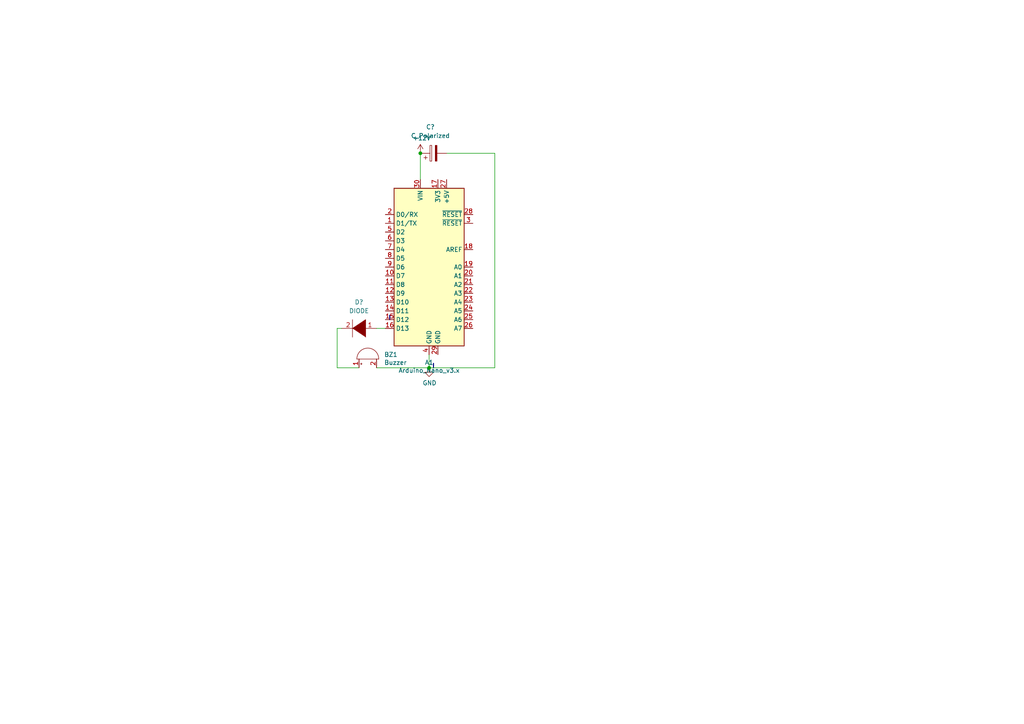
<source format=kicad_sch>
(kicad_sch (version 20211123) (generator eeschema)

  (uuid f640f18d-57de-448f-b98b-4e68ebe71017)

  (paper "A4")

  (lib_symbols
    (symbol "Device:Buzzer" (pin_names (offset 0.0254) hide) (in_bom yes) (on_board yes)
      (property "Reference" "BZ" (id 0) (at 3.81 1.27 0)
        (effects (font (size 1.27 1.27)) (justify left))
      )
      (property "Value" "Buzzer" (id 1) (at 3.81 -1.27 0)
        (effects (font (size 1.27 1.27)) (justify left))
      )
      (property "Footprint" "" (id 2) (at -0.635 2.54 90)
        (effects (font (size 1.27 1.27)) hide)
      )
      (property "Datasheet" "~" (id 3) (at -0.635 2.54 90)
        (effects (font (size 1.27 1.27)) hide)
      )
      (property "ki_keywords" "quartz resonator ceramic" (id 4) (at 0 0 0)
        (effects (font (size 1.27 1.27)) hide)
      )
      (property "ki_description" "Buzzer, polarized" (id 5) (at 0 0 0)
        (effects (font (size 1.27 1.27)) hide)
      )
      (property "ki_fp_filters" "*Buzzer*" (id 6) (at 0 0 0)
        (effects (font (size 1.27 1.27)) hide)
      )
      (symbol "Buzzer_0_1"
        (arc (start 0 -3.175) (mid 3.175 0) (end 0 3.175)
          (stroke (width 0) (type default) (color 0 0 0 0))
          (fill (type none))
        )
        (polyline
          (pts
            (xy -1.651 1.905)
            (xy -1.143 1.905)
          )
          (stroke (width 0) (type default) (color 0 0 0 0))
          (fill (type none))
        )
        (polyline
          (pts
            (xy -1.397 2.159)
            (xy -1.397 1.651)
          )
          (stroke (width 0) (type default) (color 0 0 0 0))
          (fill (type none))
        )
        (polyline
          (pts
            (xy 0 3.175)
            (xy 0 -3.175)
          )
          (stroke (width 0) (type default) (color 0 0 0 0))
          (fill (type none))
        )
      )
      (symbol "Buzzer_1_1"
        (pin passive line (at -2.54 2.54 0) (length 2.54)
          (name "-" (effects (font (size 1.27 1.27))))
          (number "1" (effects (font (size 1.27 1.27))))
        )
        (pin passive line (at -2.54 -2.54 0) (length 2.54)
          (name "+" (effects (font (size 1.27 1.27))))
          (number "2" (effects (font (size 1.27 1.27))))
        )
      )
    )
    (symbol "Device:C_Polarized" (pin_numbers hide) (pin_names (offset 0.254)) (in_bom yes) (on_board yes)
      (property "Reference" "C" (id 0) (at 0.635 2.54 0)
        (effects (font (size 1.27 1.27)) (justify left))
      )
      (property "Value" "C_Polarized" (id 1) (at 0.635 -2.54 0)
        (effects (font (size 1.27 1.27)) (justify left))
      )
      (property "Footprint" "" (id 2) (at 0.9652 -3.81 0)
        (effects (font (size 1.27 1.27)) hide)
      )
      (property "Datasheet" "~" (id 3) (at 0 0 0)
        (effects (font (size 1.27 1.27)) hide)
      )
      (property "ki_keywords" "cap capacitor" (id 4) (at 0 0 0)
        (effects (font (size 1.27 1.27)) hide)
      )
      (property "ki_description" "Polarized capacitor" (id 5) (at 0 0 0)
        (effects (font (size 1.27 1.27)) hide)
      )
      (property "ki_fp_filters" "CP_*" (id 6) (at 0 0 0)
        (effects (font (size 1.27 1.27)) hide)
      )
      (symbol "C_Polarized_0_1"
        (rectangle (start -2.286 0.508) (end 2.286 1.016)
          (stroke (width 0) (type default) (color 0 0 0 0))
          (fill (type none))
        )
        (polyline
          (pts
            (xy -1.778 2.286)
            (xy -0.762 2.286)
          )
          (stroke (width 0) (type default) (color 0 0 0 0))
          (fill (type none))
        )
        (polyline
          (pts
            (xy -1.27 2.794)
            (xy -1.27 1.778)
          )
          (stroke (width 0) (type default) (color 0 0 0 0))
          (fill (type none))
        )
        (rectangle (start 2.286 -0.508) (end -2.286 -1.016)
          (stroke (width 0) (type default) (color 0 0 0 0))
          (fill (type outline))
        )
      )
      (symbol "C_Polarized_1_1"
        (pin passive line (at 0 3.81 270) (length 2.794)
          (name "~" (effects (font (size 1.27 1.27))))
          (number "1" (effects (font (size 1.27 1.27))))
        )
        (pin passive line (at 0 -3.81 90) (length 2.794)
          (name "~" (effects (font (size 1.27 1.27))))
          (number "2" (effects (font (size 1.27 1.27))))
        )
      )
    )
    (symbol "MCU_Module:Arduino_Nano_v3.x" (in_bom yes) (on_board yes)
      (property "Reference" "A" (id 0) (at -10.16 23.495 0)
        (effects (font (size 1.27 1.27)) (justify left bottom))
      )
      (property "Value" "Arduino_Nano_v3.x" (id 1) (at 5.08 -24.13 0)
        (effects (font (size 1.27 1.27)) (justify left top))
      )
      (property "Footprint" "Module:Arduino_Nano" (id 2) (at 0 0 0)
        (effects (font (size 1.27 1.27) italic) hide)
      )
      (property "Datasheet" "http://www.mouser.com/pdfdocs/Gravitech_Arduino_Nano3_0.pdf" (id 3) (at 0 0 0)
        (effects (font (size 1.27 1.27)) hide)
      )
      (property "ki_keywords" "Arduino nano microcontroller module USB" (id 4) (at 0 0 0)
        (effects (font (size 1.27 1.27)) hide)
      )
      (property "ki_description" "Arduino Nano v3.x" (id 5) (at 0 0 0)
        (effects (font (size 1.27 1.27)) hide)
      )
      (property "ki_fp_filters" "Arduino*Nano*" (id 6) (at 0 0 0)
        (effects (font (size 1.27 1.27)) hide)
      )
      (symbol "Arduino_Nano_v3.x_0_1"
        (rectangle (start -10.16 22.86) (end 10.16 -22.86)
          (stroke (width 0.254) (type default) (color 0 0 0 0))
          (fill (type background))
        )
      )
      (symbol "Arduino_Nano_v3.x_1_1"
        (pin bidirectional line (at -12.7 12.7 0) (length 2.54)
          (name "D1/TX" (effects (font (size 1.27 1.27))))
          (number "1" (effects (font (size 1.27 1.27))))
        )
        (pin bidirectional line (at -12.7 -2.54 0) (length 2.54)
          (name "D7" (effects (font (size 1.27 1.27))))
          (number "10" (effects (font (size 1.27 1.27))))
        )
        (pin bidirectional line (at -12.7 -5.08 0) (length 2.54)
          (name "D8" (effects (font (size 1.27 1.27))))
          (number "11" (effects (font (size 1.27 1.27))))
        )
        (pin bidirectional line (at -12.7 -7.62 0) (length 2.54)
          (name "D9" (effects (font (size 1.27 1.27))))
          (number "12" (effects (font (size 1.27 1.27))))
        )
        (pin bidirectional line (at -12.7 -10.16 0) (length 2.54)
          (name "D10" (effects (font (size 1.27 1.27))))
          (number "13" (effects (font (size 1.27 1.27))))
        )
        (pin bidirectional line (at -12.7 -12.7 0) (length 2.54)
          (name "D11" (effects (font (size 1.27 1.27))))
          (number "14" (effects (font (size 1.27 1.27))))
        )
        (pin bidirectional line (at -12.7 -15.24 0) (length 2.54)
          (name "D12" (effects (font (size 1.27 1.27))))
          (number "15" (effects (font (size 1.27 1.27))))
        )
        (pin bidirectional line (at -12.7 -17.78 0) (length 2.54)
          (name "D13" (effects (font (size 1.27 1.27))))
          (number "16" (effects (font (size 1.27 1.27))))
        )
        (pin power_out line (at 2.54 25.4 270) (length 2.54)
          (name "3V3" (effects (font (size 1.27 1.27))))
          (number "17" (effects (font (size 1.27 1.27))))
        )
        (pin input line (at 12.7 5.08 180) (length 2.54)
          (name "AREF" (effects (font (size 1.27 1.27))))
          (number "18" (effects (font (size 1.27 1.27))))
        )
        (pin bidirectional line (at 12.7 0 180) (length 2.54)
          (name "A0" (effects (font (size 1.27 1.27))))
          (number "19" (effects (font (size 1.27 1.27))))
        )
        (pin bidirectional line (at -12.7 15.24 0) (length 2.54)
          (name "D0/RX" (effects (font (size 1.27 1.27))))
          (number "2" (effects (font (size 1.27 1.27))))
        )
        (pin bidirectional line (at 12.7 -2.54 180) (length 2.54)
          (name "A1" (effects (font (size 1.27 1.27))))
          (number "20" (effects (font (size 1.27 1.27))))
        )
        (pin bidirectional line (at 12.7 -5.08 180) (length 2.54)
          (name "A2" (effects (font (size 1.27 1.27))))
          (number "21" (effects (font (size 1.27 1.27))))
        )
        (pin bidirectional line (at 12.7 -7.62 180) (length 2.54)
          (name "A3" (effects (font (size 1.27 1.27))))
          (number "22" (effects (font (size 1.27 1.27))))
        )
        (pin bidirectional line (at 12.7 -10.16 180) (length 2.54)
          (name "A4" (effects (font (size 1.27 1.27))))
          (number "23" (effects (font (size 1.27 1.27))))
        )
        (pin bidirectional line (at 12.7 -12.7 180) (length 2.54)
          (name "A5" (effects (font (size 1.27 1.27))))
          (number "24" (effects (font (size 1.27 1.27))))
        )
        (pin bidirectional line (at 12.7 -15.24 180) (length 2.54)
          (name "A6" (effects (font (size 1.27 1.27))))
          (number "25" (effects (font (size 1.27 1.27))))
        )
        (pin bidirectional line (at 12.7 -17.78 180) (length 2.54)
          (name "A7" (effects (font (size 1.27 1.27))))
          (number "26" (effects (font (size 1.27 1.27))))
        )
        (pin power_out line (at 5.08 25.4 270) (length 2.54)
          (name "+5V" (effects (font (size 1.27 1.27))))
          (number "27" (effects (font (size 1.27 1.27))))
        )
        (pin input line (at 12.7 15.24 180) (length 2.54)
          (name "~{RESET}" (effects (font (size 1.27 1.27))))
          (number "28" (effects (font (size 1.27 1.27))))
        )
        (pin power_in line (at 2.54 -25.4 90) (length 2.54)
          (name "GND" (effects (font (size 1.27 1.27))))
          (number "29" (effects (font (size 1.27 1.27))))
        )
        (pin input line (at 12.7 12.7 180) (length 2.54)
          (name "~{RESET}" (effects (font (size 1.27 1.27))))
          (number "3" (effects (font (size 1.27 1.27))))
        )
        (pin power_in line (at -2.54 25.4 270) (length 2.54)
          (name "VIN" (effects (font (size 1.27 1.27))))
          (number "30" (effects (font (size 1.27 1.27))))
        )
        (pin power_in line (at 0 -25.4 90) (length 2.54)
          (name "GND" (effects (font (size 1.27 1.27))))
          (number "4" (effects (font (size 1.27 1.27))))
        )
        (pin bidirectional line (at -12.7 10.16 0) (length 2.54)
          (name "D2" (effects (font (size 1.27 1.27))))
          (number "5" (effects (font (size 1.27 1.27))))
        )
        (pin bidirectional line (at -12.7 7.62 0) (length 2.54)
          (name "D3" (effects (font (size 1.27 1.27))))
          (number "6" (effects (font (size 1.27 1.27))))
        )
        (pin bidirectional line (at -12.7 5.08 0) (length 2.54)
          (name "D4" (effects (font (size 1.27 1.27))))
          (number "7" (effects (font (size 1.27 1.27))))
        )
        (pin bidirectional line (at -12.7 2.54 0) (length 2.54)
          (name "D5" (effects (font (size 1.27 1.27))))
          (number "8" (effects (font (size 1.27 1.27))))
        )
        (pin bidirectional line (at -12.7 0 0) (length 2.54)
          (name "D6" (effects (font (size 1.27 1.27))))
          (number "9" (effects (font (size 1.27 1.27))))
        )
      )
    )
    (symbol "power:+12V" (power) (pin_names (offset 0)) (in_bom yes) (on_board yes)
      (property "Reference" "#PWR" (id 0) (at 0 -3.81 0)
        (effects (font (size 1.27 1.27)) hide)
      )
      (property "Value" "+12V" (id 1) (at 0 3.556 0)
        (effects (font (size 1.27 1.27)))
      )
      (property "Footprint" "" (id 2) (at 0 0 0)
        (effects (font (size 1.27 1.27)) hide)
      )
      (property "Datasheet" "" (id 3) (at 0 0 0)
        (effects (font (size 1.27 1.27)) hide)
      )
      (property "ki_keywords" "power-flag" (id 4) (at 0 0 0)
        (effects (font (size 1.27 1.27)) hide)
      )
      (property "ki_description" "Power symbol creates a global label with name \"+12V\"" (id 5) (at 0 0 0)
        (effects (font (size 1.27 1.27)) hide)
      )
      (symbol "+12V_0_1"
        (polyline
          (pts
            (xy -0.762 1.27)
            (xy 0 2.54)
          )
          (stroke (width 0) (type default) (color 0 0 0 0))
          (fill (type none))
        )
        (polyline
          (pts
            (xy 0 0)
            (xy 0 2.54)
          )
          (stroke (width 0) (type default) (color 0 0 0 0))
          (fill (type none))
        )
        (polyline
          (pts
            (xy 0 2.54)
            (xy 0.762 1.27)
          )
          (stroke (width 0) (type default) (color 0 0 0 0))
          (fill (type none))
        )
      )
      (symbol "+12V_1_1"
        (pin power_in line (at 0 0 90) (length 0) hide
          (name "+12V" (effects (font (size 1.27 1.27))))
          (number "1" (effects (font (size 1.27 1.27))))
        )
      )
    )
    (symbol "power:GND" (power) (pin_names (offset 0)) (in_bom yes) (on_board yes)
      (property "Reference" "#PWR" (id 0) (at 0 -6.35 0)
        (effects (font (size 1.27 1.27)) hide)
      )
      (property "Value" "GND" (id 1) (at 0 -3.81 0)
        (effects (font (size 1.27 1.27)))
      )
      (property "Footprint" "" (id 2) (at 0 0 0)
        (effects (font (size 1.27 1.27)) hide)
      )
      (property "Datasheet" "" (id 3) (at 0 0 0)
        (effects (font (size 1.27 1.27)) hide)
      )
      (property "ki_keywords" "power-flag" (id 4) (at 0 0 0)
        (effects (font (size 1.27 1.27)) hide)
      )
      (property "ki_description" "Power symbol creates a global label with name \"GND\" , ground" (id 5) (at 0 0 0)
        (effects (font (size 1.27 1.27)) hide)
      )
      (symbol "GND_0_1"
        (polyline
          (pts
            (xy 0 0)
            (xy 0 -1.27)
            (xy 1.27 -1.27)
            (xy 0 -2.54)
            (xy -1.27 -1.27)
            (xy 0 -1.27)
          )
          (stroke (width 0) (type default) (color 0 0 0 0))
          (fill (type none))
        )
      )
      (symbol "GND_1_1"
        (pin power_in line (at 0 0 270) (length 0) hide
          (name "GND" (effects (font (size 1.27 1.27))))
          (number "1" (effects (font (size 1.27 1.27))))
        )
      )
    )
    (symbol "pspice:DIODE" (pin_names (offset 1.016) hide) (in_bom yes) (on_board yes)
      (property "Reference" "D" (id 0) (at 0 3.81 0)
        (effects (font (size 1.27 1.27)))
      )
      (property "Value" "DIODE" (id 1) (at 0 -4.445 0)
        (effects (font (size 1.27 1.27)))
      )
      (property "Footprint" "" (id 2) (at 0 0 0)
        (effects (font (size 1.27 1.27)) hide)
      )
      (property "Datasheet" "~" (id 3) (at 0 0 0)
        (effects (font (size 1.27 1.27)) hide)
      )
      (property "ki_keywords" "simulation" (id 4) (at 0 0 0)
        (effects (font (size 1.27 1.27)) hide)
      )
      (property "ki_description" "Diode symbol for simulation only. Pin order incompatible with official kicad footprints" (id 5) (at 0 0 0)
        (effects (font (size 1.27 1.27)) hide)
      )
      (symbol "DIODE_0_1"
        (polyline
          (pts
            (xy 1.905 2.54)
            (xy 1.905 -2.54)
          )
          (stroke (width 0) (type default) (color 0 0 0 0))
          (fill (type none))
        )
        (polyline
          (pts
            (xy -1.905 2.54)
            (xy -1.905 -2.54)
            (xy 1.905 0)
          )
          (stroke (width 0) (type default) (color 0 0 0 0))
          (fill (type outline))
        )
      )
      (symbol "DIODE_1_1"
        (pin input line (at -5.08 0 0) (length 3.81)
          (name "K" (effects (font (size 1.27 1.27))))
          (number "1" (effects (font (size 1.27 1.27))))
        )
        (pin input line (at 5.08 0 180) (length 3.81)
          (name "A" (effects (font (size 1.27 1.27))))
          (number "2" (effects (font (size 1.27 1.27))))
        )
      )
    )
  )

  (junction (at 124.46 106.68) (diameter 0) (color 0 0 0 0)
    (uuid 32f0b145-f994-4ce1-b71b-354ba84ca7b9)
  )
  (junction (at 121.92 44.45) (diameter 0) (color 0 0 0 0)
    (uuid 374c738d-3e93-4049-96a5-e62257194bcd)
  )

  (bus (pts (xy 113.03 91.44) (xy 113.03 92.71))
    (stroke (width 0) (type default) (color 0 0 0 0))
    (uuid 06222592-1544-47c8-883e-8f40c8c76630)
  )
  (bus (pts (xy 125.73 106.68) (xy 125.73 105.41))
    (stroke (width 0) (type default) (color 0 0 0 0))
    (uuid 1acc9240-b2ca-4145-bb74-ee8638a6f8a0)
  )

  (wire (pts (xy 104.14 106.68) (xy 97.79 106.68))
    (stroke (width 0) (type default) (color 0 0 0 0))
    (uuid 283ae89d-f915-49c9-9e93-e396065a649d)
  )
  (wire (pts (xy 121.92 44.45) (xy 121.92 52.07))
    (stroke (width 0) (type default) (color 0 0 0 0))
    (uuid 464fcb00-0f6a-4ae0-807c-a214ce81bb4e)
  )
  (wire (pts (xy 111.76 95.25) (xy 109.22 95.25))
    (stroke (width 0) (type default) (color 0 0 0 0))
    (uuid 4ff940dc-876b-4aa1-bdc1-cfc264ca3d9c)
  )
  (wire (pts (xy 129.54 44.45) (xy 143.51 44.45))
    (stroke (width 0) (type default) (color 0 0 0 0))
    (uuid 5361af48-9274-4c8c-a267-bea81cb00d02)
  )
  (wire (pts (xy 99.06 95.25) (xy 97.79 95.25))
    (stroke (width 0) (type default) (color 0 0 0 0))
    (uuid 5e83ba8e-1b78-4657-8244-5be6d7e2e981)
  )
  (wire (pts (xy 124.46 106.68) (xy 124.46 102.87))
    (stroke (width 0) (type default) (color 0 0 0 0))
    (uuid 77266f9c-9a10-42d5-80a2-db2390a3aeb2)
  )
  (wire (pts (xy 97.79 95.25) (xy 97.79 106.68))
    (stroke (width 0) (type default) (color 0 0 0 0))
    (uuid 79ac1fa0-76d2-42b3-92dc-9c545ab650f9)
  )
  (wire (pts (xy 109.22 106.68) (xy 124.46 106.68))
    (stroke (width 0) (type default) (color 0 0 0 0))
    (uuid 811d96e2-d8f2-47ba-a82e-010af79ad2bb)
  )
  (wire (pts (xy 143.51 44.45) (xy 143.51 106.68))
    (stroke (width 0) (type default) (color 0 0 0 0))
    (uuid a993f7da-7133-4e29-803b-e8c14505cf66)
  )
  (wire (pts (xy 143.51 106.68) (xy 124.46 106.68))
    (stroke (width 0) (type default) (color 0 0 0 0))
    (uuid c87691d2-967e-4c78-b928-ef03128f76c8)
  )

  (symbol (lib_id "MCU_Module:Arduino_Nano_v3.x") (at 124.46 77.47 0) (unit 1)
    (in_bom yes) (on_board yes)
    (uuid 00000000-0000-0000-0000-0000614a40ff)
    (property "Reference" "A1" (id 0) (at 124.46 105.1306 0))
    (property "Value" "Arduino_Nano_v3.x" (id 1) (at 124.46 107.442 0))
    (property "Footprint" "Module:Arduino_Nano" (id 2) (at 124.46 77.47 0)
      (effects (font (size 1.27 1.27) italic) hide)
    )
    (property "Datasheet" "http://www.mouser.com/pdfdocs/Gravitech_Arduino_Nano3_0.pdf" (id 3) (at 124.46 77.47 0)
      (effects (font (size 1.27 1.27)) hide)
    )
    (pin "1" (uuid 2171b994-4a61-49e4-9cbe-924a7536b79d))
    (pin "10" (uuid 731c11c1-04b0-43fd-84e7-23cbd6940140))
    (pin "11" (uuid d8c416a4-4bb9-48f4-9967-b118539066fa))
    (pin "12" (uuid 19a25f59-6002-496a-a4ab-e30dfc5a2b7e))
    (pin "13" (uuid 8ba3cd13-5e15-4e05-874d-62fc6377428d))
    (pin "14" (uuid df55c5b1-cd01-4cdb-a576-facc0cacb64f))
    (pin "15" (uuid 36c5b083-bb99-4d08-9c03-a128b604b12d))
    (pin "16" (uuid 2baba8c7-3cd8-4571-90c7-f17c414d7bfd))
    (pin "17" (uuid d1624c4b-0c0d-4b29-9148-206fe98f9ee0))
    (pin "18" (uuid 86be9842-aa50-438a-ab6e-da827d3829c1))
    (pin "19" (uuid 97444792-6b5c-46f8-a77a-f6758144d66f))
    (pin "2" (uuid c96f1b32-f84c-478d-8734-d2011086dcfc))
    (pin "20" (uuid 1fac6727-aaea-4345-9b60-fbe56f8b492b))
    (pin "21" (uuid e2397e24-fbc6-46d1-b4f6-a4f3aa74a1f3))
    (pin "22" (uuid e8ddf7ee-2fff-4b6c-95a5-29fa5aa95007))
    (pin "23" (uuid 0428fde1-0d23-4c62-8813-4ef37871786c))
    (pin "24" (uuid 04a6644f-1b31-4937-b0f3-e354fbb574bf))
    (pin "25" (uuid 444883c6-81d0-43c2-ad4c-cda5529cd19a))
    (pin "26" (uuid 2ac46fa7-7137-4672-98c9-d11032d8492e))
    (pin "27" (uuid 2fd15786-c3ba-40e9-897d-1c93d8e4e41e))
    (pin "28" (uuid 15a26aa3-0f32-4339-9dad-067d0d386c16))
    (pin "29" (uuid 9dbb98d7-c361-4b02-8a5d-826824cab041))
    (pin "3" (uuid d7ff5495-8f31-42f3-b65e-2af83b060a85))
    (pin "30" (uuid 541e2b11-1017-46e9-87bb-749899a2f855))
    (pin "4" (uuid ae327d61-2602-4aec-81a8-eec6f7aef9d1))
    (pin "5" (uuid 8a070cde-f730-4212-9a75-12129e5d8e60))
    (pin "6" (uuid 88931365-b07a-4226-bf8f-18caf24e468a))
    (pin "7" (uuid 884a1ab3-cd9d-4c12-9c80-8c0b40a66306))
    (pin "8" (uuid a8e1fb15-527f-48e3-b1d7-da25471fdd2c))
    (pin "9" (uuid 6d3417c9-73ae-47e1-8b32-170e14eca9bd))
  )

  (symbol (lib_id "Device:Buzzer") (at 106.68 104.14 90) (unit 1)
    (in_bom yes) (on_board yes)
    (uuid 00000000-0000-0000-0000-0000614a4fd5)
    (property "Reference" "BZ1" (id 0) (at 111.4298 102.8446 90)
      (effects (font (size 1.27 1.27)) (justify right))
    )
    (property "Value" "Buzzer" (id 1) (at 111.4298 105.156 90)
      (effects (font (size 1.27 1.27)) (justify right))
    )
    (property "Footprint" "Buzzer_Beeper:Buzzer_12x9.5RM7.6" (id 2) (at 104.14 104.775 90)
      (effects (font (size 1.27 1.27)) hide)
    )
    (property "Datasheet" "~" (id 3) (at 104.14 104.775 90)
      (effects (font (size 1.27 1.27)) hide)
    )
    (pin "1" (uuid c4677170-a02d-415f-b48d-587ca6e73a3a))
    (pin "2" (uuid 8b87c998-6eef-462e-96e2-5486abbfd0a3))
  )

  (symbol (lib_id "power:+12V") (at 121.92 44.45 0) (unit 1)
    (in_bom yes) (on_board yes)
    (uuid 00000000-0000-0000-0000-0000614c6d5b)
    (property "Reference" "#PWR0101" (id 0) (at 121.92 48.26 0)
      (effects (font (size 1.27 1.27)) hide)
    )
    (property "Value" "+12V" (id 1) (at 122.301 40.0558 0))
    (property "Footprint" "" (id 2) (at 121.92 44.45 0)
      (effects (font (size 1.27 1.27)) hide)
    )
    (property "Datasheet" "" (id 3) (at 121.92 44.45 0)
      (effects (font (size 1.27 1.27)) hide)
    )
    (pin "1" (uuid 05f3f20c-2346-4a28-b0e0-c707dd880c3d))
  )

  (symbol (lib_id "power:GND") (at 124.46 106.68 0) (unit 1)
    (in_bom yes) (on_board yes)
    (uuid 00000000-0000-0000-0000-0000614c940c)
    (property "Reference" "#PWR0102" (id 0) (at 124.46 113.03 0)
      (effects (font (size 1.27 1.27)) hide)
    )
    (property "Value" "GND" (id 1) (at 124.587 111.0742 0))
    (property "Footprint" "" (id 2) (at 124.46 106.68 0)
      (effects (font (size 1.27 1.27)) hide)
    )
    (property "Datasheet" "" (id 3) (at 124.46 106.68 0)
      (effects (font (size 1.27 1.27)) hide)
    )
    (pin "1" (uuid 99492355-42da-440e-8cbe-54e424001058))
  )

  (symbol (lib_id "pspice:DIODE") (at 104.14 95.25 180) (unit 1)
    (in_bom yes) (on_board yes) (fields_autoplaced)
    (uuid ac2ba042-3b92-438a-8003-95bde41191d1)
    (property "Reference" "D?" (id 0) (at 104.14 87.63 0))
    (property "Value" "DIODE" (id 1) (at 104.14 90.17 0))
    (property "Footprint" "" (id 2) (at 104.14 95.25 0)
      (effects (font (size 1.27 1.27)) hide)
    )
    (property "Datasheet" "~" (id 3) (at 104.14 95.25 0)
      (effects (font (size 1.27 1.27)) hide)
    )
    (pin "1" (uuid ce0e1303-549c-4049-beac-0cf77fcb20e6))
    (pin "2" (uuid 1e145698-4ed3-46fa-9499-fefe28209c72))
  )

  (symbol (lib_id "Device:C_Polarized") (at 125.73 44.45 90) (unit 1)
    (in_bom yes) (on_board yes) (fields_autoplaced)
    (uuid c6fa0c4e-81fb-457b-a65b-6a40bf3a3170)
    (property "Reference" "C?" (id 0) (at 124.841 36.83 90))
    (property "Value" "C_Polarized" (id 1) (at 124.841 39.37 90))
    (property "Footprint" "" (id 2) (at 129.54 43.4848 0)
      (effects (font (size 1.27 1.27)) hide)
    )
    (property "Datasheet" "~" (id 3) (at 125.73 44.45 0)
      (effects (font (size 1.27 1.27)) hide)
    )
    (pin "1" (uuid 04669feb-0523-4c77-bc51-c91607f8be93))
    (pin "2" (uuid 76c6da95-994b-42f6-934b-e78e6d3f4cb5))
  )

  (sheet_instances
    (path "/" (page "1"))
  )

  (symbol_instances
    (path "/00000000-0000-0000-0000-0000614c6d5b"
      (reference "#PWR0101") (unit 1) (value "+12V") (footprint "")
    )
    (path "/00000000-0000-0000-0000-0000614c940c"
      (reference "#PWR0102") (unit 1) (value "GND") (footprint "")
    )
    (path "/00000000-0000-0000-0000-0000614a40ff"
      (reference "A1") (unit 1) (value "Arduino_Nano_v3.x") (footprint "Module:Arduino_Nano")
    )
    (path "/00000000-0000-0000-0000-0000614a4fd5"
      (reference "BZ1") (unit 1) (value "Buzzer") (footprint "Buzzer_Beeper:Buzzer_12x9.5RM7.6")
    )
    (path "/c6fa0c4e-81fb-457b-a65b-6a40bf3a3170"
      (reference "C?") (unit 1) (value "C_Polarized") (footprint "")
    )
    (path "/ac2ba042-3b92-438a-8003-95bde41191d1"
      (reference "D?") (unit 1) (value "DIODE") (footprint "")
    )
  )
)

</source>
